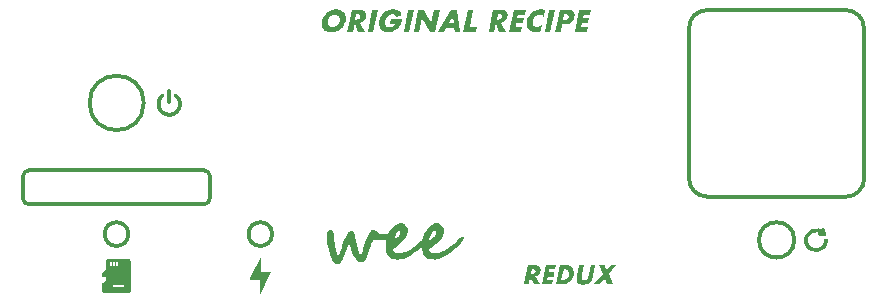
<source format=gbr>
%TF.GenerationSoftware,KiCad,Pcbnew,9.0.0*%
%TF.CreationDate,2025-05-16T22:32:30-04:00*%
%TF.ProjectId,Front Plate,46726f6e-7420-4506-9c61-74652e6b6963,rev?*%
%TF.SameCoordinates,Original*%
%TF.FileFunction,Legend,Top*%
%TF.FilePolarity,Positive*%
%FSLAX46Y46*%
G04 Gerber Fmt 4.6, Leading zero omitted, Abs format (unit mm)*
G04 Created by KiCad (PCBNEW 9.0.0) date 2025-05-16 22:32:30*
%MOMM*%
%LPD*%
G01*
G04 APERTURE LIST*
%ADD10C,0.328000*%
%ADD11C,0.320000*%
%ADD12C,0.000000*%
%ADD13C,0.200000*%
%ADD14C,0.300000*%
G04 APERTURE END LIST*
D10*
X168714010Y-92209010D02*
X156904670Y-92209670D01*
X155404670Y-90709670D02*
X155395330Y-77930330D01*
X114326199Y-89986519D02*
X99509910Y-89990090D01*
X120100143Y-95388430D02*
G75*
G02*
X118100143Y-95388430I-1000000J0D01*
G01*
X118100143Y-95388430D02*
G75*
G02*
X120100143Y-95388430I1000000J0D01*
G01*
X164309340Y-95880380D02*
G75*
G02*
X161309340Y-95880380I-1500000J0D01*
G01*
X161309340Y-95880380D02*
G75*
G02*
X164309340Y-95880380I1500000J0D01*
G01*
X168704010Y-76430330D02*
G75*
G02*
X170204070Y-77930330I-10J-1500070D01*
G01*
X99510140Y-92869910D02*
G75*
G02*
X99010090Y-92369885I60J500110D01*
G01*
D11*
X166841398Y-95420061D02*
X166774100Y-95000059D01*
D10*
X114826454Y-92366314D02*
G75*
G02*
X114326429Y-92866354I-500054J14D01*
G01*
X156904670Y-92209670D02*
G75*
G02*
X155404730Y-90709670I30J1499970D01*
G01*
D12*
G36*
X111383529Y-83119375D02*
G01*
X111391837Y-83119993D01*
X111400073Y-83121016D01*
X111408226Y-83122439D01*
X111416280Y-83124255D01*
X111424221Y-83126459D01*
X111432037Y-83129045D01*
X111439714Y-83132007D01*
X111447236Y-83135341D01*
X111454592Y-83139039D01*
X111461766Y-83143096D01*
X111468745Y-83147507D01*
X111475515Y-83152266D01*
X111482062Y-83157366D01*
X111488373Y-83162803D01*
X111494434Y-83168571D01*
X111500201Y-83174632D01*
X111505638Y-83180943D01*
X111510739Y-83187490D01*
X111515497Y-83194261D01*
X111519908Y-83201240D01*
X111523966Y-83208414D01*
X111527664Y-83215769D01*
X111530997Y-83223292D01*
X111533960Y-83230968D01*
X111536546Y-83238784D01*
X111538750Y-83246726D01*
X111540566Y-83254780D01*
X111541988Y-83262932D01*
X111543011Y-83271169D01*
X111543630Y-83279476D01*
X111543837Y-83287840D01*
X111543837Y-84200652D01*
X111543611Y-84209010D01*
X111542976Y-84217311D01*
X111541937Y-84225540D01*
X111540501Y-84233684D01*
X111538672Y-84241730D01*
X111536458Y-84249664D01*
X111533862Y-84257471D01*
X111530892Y-84265139D01*
X111527552Y-84272653D01*
X111523849Y-84280001D01*
X111519788Y-84287167D01*
X111515376Y-84294139D01*
X111510617Y-84300902D01*
X111505517Y-84307444D01*
X111500082Y-84313750D01*
X111494319Y-84319806D01*
X111488262Y-84325570D01*
X111481957Y-84331004D01*
X111475415Y-84336104D01*
X111468652Y-84340863D01*
X111461680Y-84345276D01*
X111454513Y-84349337D01*
X111447166Y-84353040D01*
X111439652Y-84356379D01*
X111431984Y-84359349D01*
X111424176Y-84361945D01*
X111416243Y-84364160D01*
X111408197Y-84365988D01*
X111400053Y-84367425D01*
X111391823Y-84368463D01*
X111383523Y-84369098D01*
X111375165Y-84369324D01*
X111366807Y-84369098D01*
X111358507Y-84368463D01*
X111350277Y-84367425D01*
X111342133Y-84365988D01*
X111334087Y-84364160D01*
X111326154Y-84361945D01*
X111318346Y-84359349D01*
X111310678Y-84356379D01*
X111303164Y-84353040D01*
X111295817Y-84349337D01*
X111288650Y-84345276D01*
X111281678Y-84340863D01*
X111274915Y-84336104D01*
X111268373Y-84331004D01*
X111262068Y-84325570D01*
X111256011Y-84319806D01*
X111250248Y-84313750D01*
X111244813Y-84307444D01*
X111239713Y-84300902D01*
X111234954Y-84294139D01*
X111230541Y-84287167D01*
X111226481Y-84280001D01*
X111222778Y-84272653D01*
X111219438Y-84265139D01*
X111216468Y-84257471D01*
X111213872Y-84249664D01*
X111211658Y-84241730D01*
X111209829Y-84233684D01*
X111208393Y-84225540D01*
X111207354Y-84217311D01*
X111206719Y-84209010D01*
X111206493Y-84200652D01*
X111206493Y-83287840D01*
X111206700Y-83279476D01*
X111207319Y-83271169D01*
X111208342Y-83262932D01*
X111209764Y-83254780D01*
X111211580Y-83246726D01*
X111213784Y-83238784D01*
X111216370Y-83230968D01*
X111219333Y-83223292D01*
X111222666Y-83215769D01*
X111226364Y-83208414D01*
X111230422Y-83201240D01*
X111234833Y-83194261D01*
X111239591Y-83187490D01*
X111244692Y-83180943D01*
X111250129Y-83174632D01*
X111255896Y-83168571D01*
X111261957Y-83162803D01*
X111268268Y-83157366D01*
X111274815Y-83152266D01*
X111281585Y-83147507D01*
X111288564Y-83143096D01*
X111295738Y-83139039D01*
X111303094Y-83135341D01*
X111310616Y-83132007D01*
X111318293Y-83129045D01*
X111326109Y-83126459D01*
X111334050Y-83124255D01*
X111342104Y-83122439D01*
X111350257Y-83121016D01*
X111358493Y-83119993D01*
X111366801Y-83119375D01*
X111375165Y-83119168D01*
X111383529Y-83119375D01*
G37*
D10*
X107918285Y-95388430D02*
G75*
G02*
X105918285Y-95388430I-1000000J0D01*
G01*
X105918285Y-95388430D02*
G75*
G02*
X107918285Y-95388430I1000000J0D01*
G01*
X170214010Y-90709010D02*
G75*
G02*
X168714010Y-92209010I-1500010J10D01*
G01*
X114326429Y-92866339D02*
X99510140Y-92869910D01*
X156895330Y-76430330D02*
X168704010Y-76430330D01*
X109230000Y-84280000D02*
G75*
G02*
X104630000Y-84280000I-2300000J0D01*
G01*
X104630000Y-84280000D02*
G75*
G02*
X109230000Y-84280000I2300000J0D01*
G01*
D11*
X166841398Y-95420061D02*
X166464100Y-95350063D01*
D12*
G36*
X110817876Y-83499571D02*
G01*
X110826219Y-83500228D01*
X110834520Y-83501297D01*
X110842721Y-83502769D01*
X110850811Y-83504636D01*
X110858775Y-83506893D01*
X110866601Y-83509530D01*
X110874275Y-83512542D01*
X110881785Y-83515922D01*
X110889117Y-83519661D01*
X110896257Y-83523753D01*
X110903194Y-83528191D01*
X110909913Y-83532968D01*
X110916402Y-83538077D01*
X110922647Y-83543509D01*
X110928635Y-83549260D01*
X110934354Y-83555320D01*
X110939789Y-83561684D01*
X110944903Y-83568309D01*
X110949661Y-83575149D01*
X110954061Y-83582189D01*
X110958097Y-83589416D01*
X110961766Y-83596815D01*
X110965063Y-83604372D01*
X110967983Y-83612072D01*
X110970524Y-83619900D01*
X110972679Y-83627843D01*
X110974446Y-83635887D01*
X110975819Y-83644016D01*
X110976795Y-83652216D01*
X110977370Y-83660474D01*
X110977538Y-83668774D01*
X110977296Y-83677102D01*
X110976639Y-83685445D01*
X110975570Y-83693746D01*
X110974098Y-83701947D01*
X110972230Y-83710037D01*
X110969974Y-83718001D01*
X110967336Y-83725827D01*
X110964324Y-83733502D01*
X110960945Y-83741012D01*
X110957206Y-83748344D01*
X110953113Y-83755485D01*
X110948675Y-83762421D01*
X110943898Y-83769141D01*
X110938790Y-83775629D01*
X110933357Y-83781874D01*
X110927607Y-83787862D01*
X110921546Y-83793580D01*
X110915183Y-83799015D01*
X110899380Y-83812256D01*
X110883977Y-83825917D01*
X110868983Y-83839989D01*
X110854403Y-83854461D01*
X110840246Y-83869326D01*
X110826519Y-83884572D01*
X110813230Y-83900191D01*
X110800386Y-83916172D01*
X110787994Y-83932507D01*
X110776063Y-83949186D01*
X110764598Y-83966198D01*
X110753609Y-83983536D01*
X110743102Y-84001188D01*
X110733085Y-84019146D01*
X110723566Y-84037400D01*
X110714551Y-84055940D01*
X110706061Y-84074727D01*
X110698113Y-84093719D01*
X110690712Y-84112904D01*
X110683859Y-84132271D01*
X110677556Y-84151807D01*
X110671806Y-84171500D01*
X110666613Y-84191338D01*
X110661978Y-84211311D01*
X110657904Y-84231405D01*
X110654393Y-84251610D01*
X110651448Y-84271912D01*
X110649073Y-84292301D01*
X110647268Y-84312765D01*
X110646037Y-84333291D01*
X110645383Y-84353868D01*
X110645308Y-84374484D01*
X110646793Y-84409504D01*
X110649908Y-84444279D01*
X110654630Y-84478757D01*
X110660938Y-84512886D01*
X110668810Y-84546614D01*
X110678225Y-84579889D01*
X110689161Y-84612657D01*
X110701596Y-84644867D01*
X110715510Y-84676468D01*
X110730880Y-84707405D01*
X110747685Y-84737628D01*
X110765903Y-84767084D01*
X110785513Y-84795721D01*
X110806493Y-84823486D01*
X110828821Y-84850327D01*
X110852477Y-84876193D01*
X110877321Y-84900918D01*
X110903197Y-84924359D01*
X110930052Y-84946491D01*
X110957836Y-84967291D01*
X110986497Y-84986735D01*
X111015984Y-85004800D01*
X111046245Y-85021461D01*
X111077230Y-85036695D01*
X111108888Y-85050478D01*
X111141165Y-85062786D01*
X111174013Y-85073596D01*
X111207379Y-85082884D01*
X111241211Y-85090625D01*
X111275460Y-85096797D01*
X111310073Y-85101375D01*
X111344999Y-85104337D01*
X111374009Y-85105196D01*
X111402950Y-85104914D01*
X111431792Y-85103500D01*
X111460502Y-85100962D01*
X111489048Y-85097309D01*
X111517398Y-85092549D01*
X111545520Y-85086692D01*
X111573383Y-85079746D01*
X111600953Y-85071719D01*
X111628200Y-85062620D01*
X111655090Y-85052458D01*
X111681594Y-85041241D01*
X111707677Y-85028978D01*
X111733309Y-85015678D01*
X111758457Y-85001349D01*
X111783089Y-84986000D01*
X111807097Y-84969693D01*
X111830381Y-84952502D01*
X111852921Y-84934451D01*
X111874695Y-84915568D01*
X111895683Y-84895876D01*
X111915863Y-84875404D01*
X111935215Y-84854175D01*
X111953719Y-84832216D01*
X111971352Y-84809553D01*
X111988096Y-84786211D01*
X112003927Y-84762216D01*
X112018826Y-84737594D01*
X112032773Y-84712371D01*
X112045745Y-84686572D01*
X112057722Y-84660223D01*
X112068684Y-84633349D01*
X112078579Y-84606066D01*
X112087368Y-84578490D01*
X112095051Y-84550654D01*
X112101625Y-84522592D01*
X112107089Y-84494337D01*
X112111441Y-84465922D01*
X112114679Y-84437379D01*
X112116801Y-84408742D01*
X112117805Y-84380045D01*
X112117691Y-84351319D01*
X112116455Y-84322599D01*
X112114096Y-84293917D01*
X112110612Y-84265306D01*
X112106001Y-84236800D01*
X112100263Y-84208431D01*
X112093394Y-84180233D01*
X112085420Y-84152327D01*
X112076379Y-84124832D01*
X112066289Y-84097776D01*
X112055169Y-84071186D01*
X112043035Y-84045089D01*
X112029907Y-84019515D01*
X112015801Y-83994491D01*
X112000736Y-83970045D01*
X111984730Y-83946205D01*
X111967801Y-83922997D01*
X111949966Y-83900452D01*
X111931244Y-83878595D01*
X111911652Y-83857455D01*
X111891209Y-83837061D01*
X111869932Y-83817439D01*
X111847839Y-83798618D01*
X111843229Y-83794692D01*
X111838774Y-83790611D01*
X111834476Y-83786382D01*
X111830338Y-83782008D01*
X111826365Y-83777495D01*
X111822559Y-83772848D01*
X111818923Y-83768070D01*
X111815462Y-83763167D01*
X111812177Y-83758144D01*
X111809073Y-83753005D01*
X111806152Y-83747756D01*
X111803418Y-83742400D01*
X111800874Y-83736943D01*
X111798524Y-83731390D01*
X111796370Y-83725745D01*
X111794416Y-83720013D01*
X111792669Y-83714215D01*
X111791134Y-83708371D01*
X111789813Y-83702488D01*
X111788705Y-83696570D01*
X111787811Y-83690624D01*
X111787130Y-83684656D01*
X111786663Y-83678670D01*
X111786409Y-83672674D01*
X111786370Y-83666672D01*
X111786545Y-83660671D01*
X111786934Y-83654676D01*
X111787537Y-83648694D01*
X111788355Y-83642729D01*
X111789388Y-83636788D01*
X111790636Y-83630877D01*
X111792098Y-83625001D01*
X111793771Y-83619181D01*
X111795648Y-83613439D01*
X111797726Y-83607778D01*
X111800001Y-83602204D01*
X111802472Y-83596722D01*
X111805134Y-83591337D01*
X111807984Y-83586053D01*
X111811021Y-83580875D01*
X111814240Y-83575810D01*
X111817638Y-83570861D01*
X111821213Y-83566033D01*
X111824962Y-83561331D01*
X111828881Y-83556761D01*
X111832968Y-83552327D01*
X111837219Y-83548034D01*
X111841632Y-83543888D01*
X111846192Y-83539903D01*
X111850881Y-83536092D01*
X111855694Y-83532460D01*
X111860627Y-83529008D01*
X111865674Y-83525738D01*
X111870829Y-83522654D01*
X111876088Y-83519757D01*
X111881445Y-83517051D01*
X111886895Y-83514537D01*
X111892433Y-83512219D01*
X111898054Y-83510098D01*
X111903752Y-83508178D01*
X111909522Y-83506460D01*
X111915359Y-83504948D01*
X111921258Y-83503643D01*
X111927214Y-83502549D01*
X111931643Y-83501843D01*
X111936084Y-83501257D01*
X111940534Y-83500790D01*
X111944991Y-83500444D01*
X111949452Y-83500217D01*
X111953915Y-83500110D01*
X111958378Y-83500122D01*
X111962839Y-83500254D01*
X111967294Y-83500505D01*
X111971742Y-83500875D01*
X111976179Y-83501364D01*
X111980605Y-83501973D01*
X111985016Y-83502700D01*
X111989409Y-83503546D01*
X111993783Y-83504510D01*
X111998136Y-83505593D01*
X112002457Y-83506794D01*
X112006738Y-83508108D01*
X112010979Y-83509536D01*
X112015175Y-83511075D01*
X112019326Y-83512725D01*
X112023429Y-83514484D01*
X112027483Y-83516353D01*
X112031484Y-83518328D01*
X112035430Y-83520411D01*
X112039321Y-83522598D01*
X112043153Y-83524889D01*
X112046924Y-83527284D01*
X112050632Y-83529781D01*
X112054275Y-83532378D01*
X112057851Y-83535075D01*
X112061358Y-83537871D01*
X112060564Y-83539855D01*
X112082744Y-83558496D01*
X112104384Y-83577705D01*
X112125475Y-83597468D01*
X112146006Y-83617775D01*
X112165969Y-83638613D01*
X112185354Y-83659969D01*
X112204149Y-83681831D01*
X112222347Y-83704187D01*
X112239937Y-83727024D01*
X112256909Y-83750330D01*
X112273254Y-83774092D01*
X112288962Y-83798300D01*
X112304023Y-83822939D01*
X112318427Y-83847998D01*
X112332165Y-83873464D01*
X112345227Y-83899325D01*
X112357584Y-83925530D01*
X112369214Y-83952025D01*
X112380112Y-83978795D01*
X112390276Y-84005824D01*
X112399701Y-84033098D01*
X112408384Y-84060601D01*
X112416321Y-84088318D01*
X112423508Y-84116233D01*
X112429942Y-84144332D01*
X112435619Y-84172598D01*
X112440534Y-84201017D01*
X112444686Y-84229574D01*
X112448068Y-84258253D01*
X112450679Y-84287038D01*
X112452514Y-84315915D01*
X112453570Y-84344869D01*
X112453842Y-84373840D01*
X112453332Y-84402770D01*
X112452043Y-84431645D01*
X112449978Y-84460448D01*
X112447140Y-84489165D01*
X112443532Y-84517780D01*
X112439157Y-84546277D01*
X112434018Y-84574641D01*
X112428117Y-84602857D01*
X112421459Y-84630908D01*
X112414045Y-84658780D01*
X112405879Y-84686458D01*
X112396965Y-84713925D01*
X112387304Y-84741166D01*
X112376901Y-84768166D01*
X112365757Y-84794909D01*
X112353895Y-84821342D01*
X112341340Y-84847411D01*
X112328100Y-84873104D01*
X112314184Y-84898407D01*
X112299603Y-84923309D01*
X112284364Y-84947795D01*
X112268478Y-84971854D01*
X112251953Y-84995473D01*
X112234799Y-85018639D01*
X112217025Y-85041339D01*
X112198639Y-85063561D01*
X112179652Y-85085291D01*
X112160073Y-85106517D01*
X112139910Y-85127226D01*
X112119173Y-85147406D01*
X112097870Y-85167043D01*
X112060526Y-85199397D01*
X112021867Y-85229864D01*
X111981966Y-85258415D01*
X111940898Y-85285022D01*
X111898733Y-85309658D01*
X111855547Y-85332294D01*
X111811410Y-85352902D01*
X111766397Y-85371454D01*
X111720581Y-85387922D01*
X111674034Y-85402277D01*
X111626829Y-85414492D01*
X111579040Y-85424538D01*
X111530739Y-85432388D01*
X111481999Y-85438012D01*
X111432894Y-85441384D01*
X111383495Y-85442474D01*
X111368582Y-85442393D01*
X111353672Y-85442108D01*
X111338770Y-85441620D01*
X111323876Y-85440927D01*
X111308994Y-85440032D01*
X111294124Y-85438932D01*
X111279270Y-85437630D01*
X111264433Y-85436124D01*
X111225130Y-85431093D01*
X111186132Y-85424633D01*
X111147478Y-85416758D01*
X111109202Y-85407486D01*
X111071342Y-85396830D01*
X111033934Y-85384807D01*
X110997015Y-85371432D01*
X110960622Y-85356721D01*
X110924791Y-85340690D01*
X110889558Y-85323353D01*
X110854961Y-85304727D01*
X110821036Y-85284828D01*
X110787819Y-85263670D01*
X110755348Y-85241270D01*
X110723658Y-85217643D01*
X110692786Y-85192804D01*
X110662852Y-85166844D01*
X110633964Y-85139863D01*
X110606145Y-85111895D01*
X110579416Y-85082972D01*
X110553799Y-85053128D01*
X110529315Y-85022396D01*
X110505988Y-84990809D01*
X110483838Y-84958402D01*
X110462888Y-84925206D01*
X110443159Y-84891255D01*
X110424673Y-84856583D01*
X110407452Y-84821223D01*
X110391518Y-84785208D01*
X110376892Y-84748571D01*
X110363597Y-84711345D01*
X110351655Y-84673565D01*
X110341114Y-84635369D01*
X110332010Y-84596903D01*
X110324343Y-84558207D01*
X110318111Y-84519321D01*
X110313316Y-84480284D01*
X110309957Y-84441135D01*
X110308033Y-84401916D01*
X110307545Y-84362665D01*
X110308492Y-84323422D01*
X110310873Y-84284228D01*
X110314690Y-84245121D01*
X110319941Y-84206142D01*
X110326626Y-84167331D01*
X110334744Y-84128727D01*
X110344297Y-84090370D01*
X110355283Y-84052300D01*
X110367666Y-84014662D01*
X110381395Y-83977594D01*
X110396448Y-83941130D01*
X110412801Y-83905304D01*
X110430434Y-83870147D01*
X110449324Y-83835693D01*
X110469448Y-83801975D01*
X110490785Y-83769026D01*
X110513312Y-83736880D01*
X110537007Y-83705568D01*
X110561847Y-83675124D01*
X110587811Y-83645581D01*
X110614877Y-83616971D01*
X110643021Y-83589329D01*
X110672222Y-83562687D01*
X110702458Y-83537077D01*
X110709083Y-83531965D01*
X110715923Y-83527207D01*
X110722963Y-83522808D01*
X110730190Y-83518772D01*
X110737589Y-83515103D01*
X110745145Y-83511807D01*
X110752845Y-83508886D01*
X110760673Y-83506346D01*
X110768616Y-83504190D01*
X110776659Y-83502423D01*
X110784788Y-83501050D01*
X110792989Y-83500073D01*
X110801247Y-83499499D01*
X110809547Y-83499330D01*
X110817876Y-83499571D01*
G37*
D11*
X166995745Y-95909013D02*
G75*
G02*
X166841404Y-95420056I-851645J13D01*
G01*
D10*
X155395330Y-77930330D02*
G75*
G02*
X156895330Y-76430330I1500070J-70D01*
G01*
D12*
G36*
X119165143Y-98593798D02*
G01*
X119999771Y-98593798D01*
X119032851Y-100527638D01*
X119032851Y-99255256D01*
X118198223Y-99255256D01*
X118264369Y-99122965D01*
X119165143Y-97321417D01*
X119165143Y-98593798D01*
G37*
D10*
X114826454Y-92366314D02*
X114826224Y-90486544D01*
X99009885Y-90490115D02*
G75*
G02*
X99509910Y-89990085I500015J15D01*
G01*
X99010115Y-92369885D02*
X99009885Y-90490115D01*
X114326199Y-89986519D02*
G75*
G02*
X114826181Y-90486544I-99J-500081D01*
G01*
X170204010Y-77930330D02*
X170214010Y-90709010D01*
D12*
G36*
X107921510Y-97469177D02*
G01*
X107931283Y-97469904D01*
X107940974Y-97471107D01*
X107950564Y-97472781D01*
X107960040Y-97474917D01*
X107969383Y-97477510D01*
X107978578Y-97480553D01*
X107987609Y-97484038D01*
X107996459Y-97487959D01*
X108005113Y-97492310D01*
X108013553Y-97497083D01*
X108021763Y-97502272D01*
X108029729Y-97507871D01*
X108037432Y-97513872D01*
X108044856Y-97520268D01*
X108051987Y-97527054D01*
X108058772Y-97534184D01*
X108065169Y-97541609D01*
X108071170Y-97549312D01*
X108076768Y-97557277D01*
X108081957Y-97565488D01*
X108086731Y-97573928D01*
X108091081Y-97582581D01*
X108095003Y-97591431D01*
X108098488Y-97600462D01*
X108101530Y-97609658D01*
X108104123Y-97619001D01*
X108106260Y-97628476D01*
X108107933Y-97638067D01*
X108109137Y-97647757D01*
X108109864Y-97657530D01*
X108110108Y-97667370D01*
X108110108Y-100247058D01*
X108109945Y-100253618D01*
X108109460Y-100260133D01*
X108108658Y-100266593D01*
X108107542Y-100272987D01*
X108106118Y-100279304D01*
X108104390Y-100285533D01*
X108102361Y-100291663D01*
X108100038Y-100297683D01*
X108097424Y-100303584D01*
X108094523Y-100309352D01*
X108091341Y-100314979D01*
X108087881Y-100320453D01*
X108084149Y-100325763D01*
X108080149Y-100330898D01*
X108075884Y-100335848D01*
X108071361Y-100340602D01*
X108066607Y-100345125D01*
X108061657Y-100349390D01*
X108056522Y-100353390D01*
X108051212Y-100357123D01*
X108045738Y-100360582D01*
X108040111Y-100363764D01*
X108034342Y-100366665D01*
X108028442Y-100369279D01*
X108022422Y-100371603D01*
X108016291Y-100373631D01*
X108010062Y-100375359D01*
X108003746Y-100376784D01*
X107997352Y-100377899D01*
X107990892Y-100378702D01*
X107984376Y-100379187D01*
X107977816Y-100379349D01*
X105861150Y-100379349D01*
X105854590Y-100379187D01*
X105848074Y-100378702D01*
X105841614Y-100377899D01*
X105835220Y-100376784D01*
X105828903Y-100375359D01*
X105822675Y-100373631D01*
X105816544Y-100371603D01*
X105810524Y-100369279D01*
X105804624Y-100366665D01*
X105798855Y-100363764D01*
X105793228Y-100360582D01*
X105787754Y-100357123D01*
X105782444Y-100353390D01*
X105777309Y-100349390D01*
X105772359Y-100345125D01*
X105767605Y-100340602D01*
X105763082Y-100335848D01*
X105758817Y-100330898D01*
X105754817Y-100325763D01*
X105751085Y-100320453D01*
X105747625Y-100314979D01*
X105744443Y-100309352D01*
X105741542Y-100303584D01*
X105738928Y-100297683D01*
X105736605Y-100291663D01*
X105734576Y-100285533D01*
X105732848Y-100279304D01*
X105731423Y-100272987D01*
X105730308Y-100266593D01*
X105729505Y-100260133D01*
X105729021Y-100253618D01*
X105728858Y-100247058D01*
X105728858Y-99817110D01*
X106588754Y-99817110D01*
X106588794Y-99818749D01*
X106588916Y-99820378D01*
X106589116Y-99821993D01*
X106589395Y-99823592D01*
X106589751Y-99825171D01*
X106590183Y-99826728D01*
X106590690Y-99828261D01*
X106591271Y-99829766D01*
X106591925Y-99831241D01*
X106592650Y-99832683D01*
X106593445Y-99834090D01*
X106594310Y-99835458D01*
X106595243Y-99836786D01*
X106596244Y-99838070D01*
X106597310Y-99839307D01*
X106598441Y-99840496D01*
X106599629Y-99841627D01*
X106600866Y-99842693D01*
X106602150Y-99843693D01*
X106603478Y-99844626D01*
X106604846Y-99845491D01*
X106606253Y-99846286D01*
X106607695Y-99847011D01*
X106609170Y-99847665D01*
X106610675Y-99848246D01*
X106612208Y-99848753D01*
X106613765Y-99849185D01*
X106615344Y-99849541D01*
X106616943Y-99849820D01*
X106618558Y-99850021D01*
X106620187Y-99850142D01*
X106621827Y-99850182D01*
X107547868Y-99850182D01*
X107549508Y-99850142D01*
X107551137Y-99850021D01*
X107552752Y-99849820D01*
X107554351Y-99849541D01*
X107555930Y-99849185D01*
X107557487Y-99848753D01*
X107559020Y-99848246D01*
X107560525Y-99847665D01*
X107562000Y-99847011D01*
X107563442Y-99846286D01*
X107564849Y-99845491D01*
X107566217Y-99844626D01*
X107567545Y-99843693D01*
X107568829Y-99842693D01*
X107570066Y-99841627D01*
X107571254Y-99840496D01*
X107572385Y-99839307D01*
X107573451Y-99838070D01*
X107574452Y-99836786D01*
X107575385Y-99835458D01*
X107576249Y-99834090D01*
X107577045Y-99832683D01*
X107577770Y-99831241D01*
X107578424Y-99829766D01*
X107579005Y-99828261D01*
X107579512Y-99826728D01*
X107579944Y-99825171D01*
X107580300Y-99823592D01*
X107580579Y-99821993D01*
X107580779Y-99820378D01*
X107580900Y-99818749D01*
X107580941Y-99817110D01*
X107580941Y-99750964D01*
X107580900Y-99749324D01*
X107580779Y-99747695D01*
X107580579Y-99746080D01*
X107580300Y-99744482D01*
X107579944Y-99742902D01*
X107579512Y-99741345D01*
X107579005Y-99739813D01*
X107578424Y-99738307D01*
X107577770Y-99736832D01*
X107577045Y-99735390D01*
X107576249Y-99733983D01*
X107575385Y-99732615D01*
X107574452Y-99731287D01*
X107573451Y-99730004D01*
X107572385Y-99728766D01*
X107571254Y-99727578D01*
X107570066Y-99726447D01*
X107568829Y-99725381D01*
X107567545Y-99724380D01*
X107566217Y-99723447D01*
X107564849Y-99722583D01*
X107563442Y-99721787D01*
X107562000Y-99721062D01*
X107560525Y-99720408D01*
X107559020Y-99719827D01*
X107557487Y-99719320D01*
X107555930Y-99718888D01*
X107554351Y-99718532D01*
X107552752Y-99718253D01*
X107551137Y-99718053D01*
X107549508Y-99717932D01*
X107547868Y-99717891D01*
X106621827Y-99717891D01*
X106620187Y-99717932D01*
X106618558Y-99718053D01*
X106616943Y-99718253D01*
X106615344Y-99718532D01*
X106613765Y-99718888D01*
X106612208Y-99719320D01*
X106610675Y-99719827D01*
X106609170Y-99720408D01*
X106607695Y-99721062D01*
X106606253Y-99721787D01*
X106604846Y-99722583D01*
X106603478Y-99723447D01*
X106602150Y-99724380D01*
X106600866Y-99725381D01*
X106599629Y-99726447D01*
X106598441Y-99727578D01*
X106597310Y-99728766D01*
X106596244Y-99730004D01*
X106595243Y-99731287D01*
X106594310Y-99732615D01*
X106593445Y-99733983D01*
X106592650Y-99735390D01*
X106591925Y-99736832D01*
X106591271Y-99738307D01*
X106590690Y-99739813D01*
X106590183Y-99741345D01*
X106589751Y-99742902D01*
X106589395Y-99744482D01*
X106589116Y-99746080D01*
X106588916Y-99747695D01*
X106588794Y-99749324D01*
X106588754Y-99750964D01*
X106588754Y-99817110D01*
X105728858Y-99817110D01*
X105728858Y-99750964D01*
X105728858Y-99599291D01*
X105728981Y-99594375D01*
X105729345Y-99589492D01*
X105729947Y-99584650D01*
X105730784Y-99579858D01*
X105731851Y-99575124D01*
X105733147Y-99570455D01*
X105734667Y-99565861D01*
X105736409Y-99561348D01*
X105738368Y-99556926D01*
X105740541Y-99552602D01*
X105742926Y-99548384D01*
X105745518Y-99544281D01*
X105748314Y-99540301D01*
X105751312Y-99536451D01*
X105754507Y-99532741D01*
X105757896Y-99529177D01*
X105993441Y-99293632D01*
X105993441Y-99056433D01*
X105795004Y-99056433D01*
X105791724Y-99056351D01*
X105788466Y-99056109D01*
X105785236Y-99055708D01*
X105782039Y-99055150D01*
X105778881Y-99054438D01*
X105775766Y-99053573D01*
X105772701Y-99052559D01*
X105769691Y-99051398D01*
X105766741Y-99050090D01*
X105763856Y-99048640D01*
X105761043Y-99047049D01*
X105758306Y-99045319D01*
X105755651Y-99043453D01*
X105753083Y-99041453D01*
X105750608Y-99039321D01*
X105748232Y-99037059D01*
X105745970Y-99034682D01*
X105743838Y-99032207D01*
X105741837Y-99029640D01*
X105739971Y-99026985D01*
X105738241Y-99024248D01*
X105736650Y-99021434D01*
X105735200Y-99018550D01*
X105733893Y-99015600D01*
X105732731Y-99012589D01*
X105731717Y-99009524D01*
X105730853Y-99006410D01*
X105730141Y-99003251D01*
X105729583Y-99000054D01*
X105729182Y-98996824D01*
X105728939Y-98993567D01*
X105728858Y-98990287D01*
X105728858Y-98673316D01*
X105728978Y-98668395D01*
X105729339Y-98663507D01*
X105729939Y-98658661D01*
X105730774Y-98653865D01*
X105731840Y-98649126D01*
X105733135Y-98644453D01*
X105734655Y-98639854D01*
X105736396Y-98635337D01*
X105738355Y-98630910D01*
X105740529Y-98626582D01*
X105742915Y-98622361D01*
X105745508Y-98618254D01*
X105748307Y-98614269D01*
X105751306Y-98610416D01*
X105754504Y-98606702D01*
X105757896Y-98603135D01*
X106059587Y-98301444D01*
X106059587Y-98097318D01*
X106390316Y-98097318D01*
X106390357Y-98098958D01*
X106390478Y-98100587D01*
X106390679Y-98102202D01*
X106390958Y-98103800D01*
X106391314Y-98105380D01*
X106391746Y-98106937D01*
X106392253Y-98108469D01*
X106392834Y-98109975D01*
X106393487Y-98111450D01*
X106394212Y-98112892D01*
X106395008Y-98114298D01*
X106395873Y-98115667D01*
X106396806Y-98116994D01*
X106397806Y-98118278D01*
X106398872Y-98119516D01*
X106400003Y-98120704D01*
X106401192Y-98121835D01*
X106402429Y-98122901D01*
X106403713Y-98123901D01*
X106405040Y-98124834D01*
X106406409Y-98125699D01*
X106407816Y-98126495D01*
X106409258Y-98127220D01*
X106410733Y-98127873D01*
X106412238Y-98128454D01*
X106413770Y-98128961D01*
X106415328Y-98129393D01*
X106416907Y-98129750D01*
X106418505Y-98130028D01*
X106420120Y-98130229D01*
X106421749Y-98130350D01*
X106423389Y-98130391D01*
X106489535Y-98130391D01*
X106491175Y-98130350D01*
X106492804Y-98130229D01*
X106494419Y-98130028D01*
X106496017Y-98129750D01*
X106497597Y-98129393D01*
X106499154Y-98128961D01*
X106500686Y-98128454D01*
X106502191Y-98127873D01*
X106503667Y-98127220D01*
X106505109Y-98126495D01*
X106506515Y-98125699D01*
X106507884Y-98124834D01*
X106509211Y-98123901D01*
X106510495Y-98122901D01*
X106511733Y-98121835D01*
X106512921Y-98120704D01*
X106514052Y-98119516D01*
X106515118Y-98118278D01*
X106516118Y-98116994D01*
X106517051Y-98115667D01*
X106517916Y-98114298D01*
X106518712Y-98112892D01*
X106519437Y-98111450D01*
X106520090Y-98109975D01*
X106520671Y-98108469D01*
X106521178Y-98106937D01*
X106521611Y-98105380D01*
X106521967Y-98103800D01*
X106522246Y-98102202D01*
X106522446Y-98100587D01*
X106522567Y-98098958D01*
X106522608Y-98097318D01*
X106654900Y-98097318D01*
X106654940Y-98098958D01*
X106655061Y-98100587D01*
X106655262Y-98102202D01*
X106655541Y-98103800D01*
X106655897Y-98105380D01*
X106656329Y-98106937D01*
X106656836Y-98108469D01*
X106657417Y-98109975D01*
X106658071Y-98111450D01*
X106658796Y-98112892D01*
X106659591Y-98114298D01*
X106660456Y-98115667D01*
X106661389Y-98116994D01*
X106662389Y-98118278D01*
X106663456Y-98119516D01*
X106664586Y-98120704D01*
X106665775Y-98121835D01*
X106667012Y-98122901D01*
X106668296Y-98123901D01*
X106669624Y-98124834D01*
X106670992Y-98125699D01*
X106672399Y-98126495D01*
X106673841Y-98127220D01*
X106675316Y-98127873D01*
X106676821Y-98128454D01*
X106678354Y-98128961D01*
X106679911Y-98129393D01*
X106681490Y-98129750D01*
X106683089Y-98130028D01*
X106684704Y-98130229D01*
X106686332Y-98130350D01*
X106687972Y-98130391D01*
X106754118Y-98130391D01*
X106755758Y-98130350D01*
X106757387Y-98130229D01*
X106759002Y-98130028D01*
X106760601Y-98129750D01*
X106762180Y-98129393D01*
X106763737Y-98128961D01*
X106765270Y-98128454D01*
X106766775Y-98127873D01*
X106768250Y-98127220D01*
X106769692Y-98126495D01*
X106771099Y-98125699D01*
X106772467Y-98124834D01*
X106773795Y-98123901D01*
X106775079Y-98122901D01*
X106776316Y-98121835D01*
X106777504Y-98120704D01*
X106778635Y-98119516D01*
X106779701Y-98118278D01*
X106780702Y-98116994D01*
X106781635Y-98115667D01*
X106782500Y-98114298D01*
X106783295Y-98112892D01*
X106784020Y-98111450D01*
X106784674Y-98109975D01*
X106785255Y-98108469D01*
X106785762Y-98106937D01*
X106786194Y-98105380D01*
X106786550Y-98103800D01*
X106786829Y-98102202D01*
X106787029Y-98100587D01*
X106787151Y-98098958D01*
X106787191Y-98097318D01*
X106919483Y-98097318D01*
X106919524Y-98098958D01*
X106919645Y-98100587D01*
X106919845Y-98102202D01*
X106920124Y-98103800D01*
X106920480Y-98105380D01*
X106920912Y-98106937D01*
X106921420Y-98108469D01*
X106922000Y-98109975D01*
X106922654Y-98111450D01*
X106923379Y-98112892D01*
X106924175Y-98114298D01*
X106925040Y-98115667D01*
X106925973Y-98116994D01*
X106926973Y-98118278D01*
X106928039Y-98119516D01*
X106929170Y-98120704D01*
X106930358Y-98121835D01*
X106931596Y-98122901D01*
X106932879Y-98123901D01*
X106934207Y-98124834D01*
X106935575Y-98125699D01*
X106936982Y-98126495D01*
X106938424Y-98127220D01*
X106939899Y-98127873D01*
X106941405Y-98128454D01*
X106942937Y-98128961D01*
X106944494Y-98129393D01*
X106946074Y-98129750D01*
X106947672Y-98130028D01*
X106949287Y-98130229D01*
X106950916Y-98130350D01*
X106952556Y-98130391D01*
X107018702Y-98130391D01*
X107020342Y-98130350D01*
X107021971Y-98130229D01*
X107023586Y-98130028D01*
X107025184Y-98129750D01*
X107026763Y-98129393D01*
X107028320Y-98128961D01*
X107029853Y-98128454D01*
X107031358Y-98127873D01*
X107032833Y-98127220D01*
X107034275Y-98126495D01*
X107035682Y-98125699D01*
X107037051Y-98124834D01*
X107038378Y-98123901D01*
X107039662Y-98122901D01*
X107040899Y-98121835D01*
X107042088Y-98120704D01*
X107043219Y-98119516D01*
X107044285Y-98118278D01*
X107045285Y-98116994D01*
X107046218Y-98115667D01*
X107047083Y-98114298D01*
X107047878Y-98112892D01*
X107048604Y-98111450D01*
X107049257Y-98109975D01*
X107049838Y-98108469D01*
X107050345Y-98106937D01*
X107050777Y-98105380D01*
X107051133Y-98103800D01*
X107051412Y-98102202D01*
X107051613Y-98100587D01*
X107051734Y-98098958D01*
X107051775Y-98097318D01*
X107184066Y-98097318D01*
X107184107Y-98098958D01*
X107184228Y-98100587D01*
X107184429Y-98102202D01*
X107184708Y-98103800D01*
X107185064Y-98105380D01*
X107185496Y-98106937D01*
X107186003Y-98108469D01*
X107186584Y-98109975D01*
X107187237Y-98111450D01*
X107187962Y-98112892D01*
X107188758Y-98114298D01*
X107189623Y-98115667D01*
X107190556Y-98116994D01*
X107191556Y-98118278D01*
X107192622Y-98119516D01*
X107193753Y-98120704D01*
X107194941Y-98121835D01*
X107196179Y-98122901D01*
X107197463Y-98123901D01*
X107198790Y-98124834D01*
X107200159Y-98125699D01*
X107201565Y-98126495D01*
X107203008Y-98127220D01*
X107204483Y-98127873D01*
X107205988Y-98128454D01*
X107207520Y-98128961D01*
X107209078Y-98129393D01*
X107210657Y-98129750D01*
X107212255Y-98130028D01*
X107213870Y-98130229D01*
X107215499Y-98130350D01*
X107217139Y-98130391D01*
X107283285Y-98130391D01*
X107284925Y-98130350D01*
X107286554Y-98130229D01*
X107288169Y-98130028D01*
X107289767Y-98129750D01*
X107291347Y-98129393D01*
X107292904Y-98128961D01*
X107294436Y-98128454D01*
X107295941Y-98127873D01*
X107297416Y-98127220D01*
X107298859Y-98126495D01*
X107300265Y-98125699D01*
X107301634Y-98124834D01*
X107302961Y-98123901D01*
X107304245Y-98122901D01*
X107305483Y-98121835D01*
X107306671Y-98120704D01*
X107307802Y-98119516D01*
X107308868Y-98118278D01*
X107309868Y-98116994D01*
X107310801Y-98115667D01*
X107311666Y-98114298D01*
X107312462Y-98112892D01*
X107313187Y-98111450D01*
X107313840Y-98109975D01*
X107314421Y-98108469D01*
X107314928Y-98106937D01*
X107315360Y-98105380D01*
X107315717Y-98103800D01*
X107315995Y-98102202D01*
X107316196Y-98100587D01*
X107316317Y-98098958D01*
X107316358Y-98097318D01*
X107448650Y-98097318D01*
X107448690Y-98098958D01*
X107448811Y-98100587D01*
X107449012Y-98102202D01*
X107449291Y-98103800D01*
X107449647Y-98105380D01*
X107450079Y-98106937D01*
X107450586Y-98108469D01*
X107451167Y-98109975D01*
X107451821Y-98111450D01*
X107452546Y-98112892D01*
X107453341Y-98114298D01*
X107454206Y-98115667D01*
X107455139Y-98116994D01*
X107456139Y-98118278D01*
X107457205Y-98119516D01*
X107458336Y-98120704D01*
X107459525Y-98121835D01*
X107460762Y-98122901D01*
X107462046Y-98123901D01*
X107463374Y-98124834D01*
X107464742Y-98125699D01*
X107466149Y-98126495D01*
X107467591Y-98127220D01*
X107469066Y-98127873D01*
X107470571Y-98128454D01*
X107472104Y-98128961D01*
X107473661Y-98129393D01*
X107475240Y-98129750D01*
X107476839Y-98130028D01*
X107478454Y-98130229D01*
X107480083Y-98130350D01*
X107481723Y-98130391D01*
X107547868Y-98130391D01*
X107549508Y-98130350D01*
X107551137Y-98130229D01*
X107552752Y-98130028D01*
X107554351Y-98129750D01*
X107555930Y-98129393D01*
X107557487Y-98128961D01*
X107559020Y-98128454D01*
X107560525Y-98127873D01*
X107562000Y-98127220D01*
X107563442Y-98126495D01*
X107564849Y-98125699D01*
X107566217Y-98124834D01*
X107567545Y-98123901D01*
X107568829Y-98122901D01*
X107570066Y-98121835D01*
X107571254Y-98120704D01*
X107572385Y-98119516D01*
X107573451Y-98118278D01*
X107574452Y-98116994D01*
X107575385Y-98115667D01*
X107576249Y-98114298D01*
X107577045Y-98112892D01*
X107577770Y-98111450D01*
X107578424Y-98109975D01*
X107579005Y-98108469D01*
X107579512Y-98106937D01*
X107579944Y-98105380D01*
X107580300Y-98103800D01*
X107580579Y-98102202D01*
X107580779Y-98100587D01*
X107580900Y-98098958D01*
X107580941Y-98097318D01*
X107713233Y-98097318D01*
X107713274Y-98098958D01*
X107713395Y-98100587D01*
X107713595Y-98102202D01*
X107713874Y-98103800D01*
X107714230Y-98105380D01*
X107714662Y-98106937D01*
X107715169Y-98108469D01*
X107715750Y-98109975D01*
X107716404Y-98111450D01*
X107717129Y-98112892D01*
X107717925Y-98114298D01*
X107718789Y-98115667D01*
X107719722Y-98116994D01*
X107720723Y-98118278D01*
X107721789Y-98119516D01*
X107722920Y-98120704D01*
X107724108Y-98121835D01*
X107725346Y-98122901D01*
X107726629Y-98123901D01*
X107727957Y-98124834D01*
X107729325Y-98125699D01*
X107730732Y-98126495D01*
X107732174Y-98127220D01*
X107733649Y-98127873D01*
X107735155Y-98128454D01*
X107736687Y-98128961D01*
X107738244Y-98129393D01*
X107739824Y-98129750D01*
X107741422Y-98130028D01*
X107743037Y-98130229D01*
X107744666Y-98130350D01*
X107746306Y-98130391D01*
X107812452Y-98130391D01*
X107814091Y-98130350D01*
X107815720Y-98130229D01*
X107817335Y-98130028D01*
X107818934Y-98129750D01*
X107820513Y-98129393D01*
X107822070Y-98128961D01*
X107823603Y-98128454D01*
X107825108Y-98127873D01*
X107826583Y-98127220D01*
X107828025Y-98126495D01*
X107829432Y-98125699D01*
X107830800Y-98124834D01*
X107832128Y-98123901D01*
X107833412Y-98122901D01*
X107834649Y-98121835D01*
X107835838Y-98120704D01*
X107836969Y-98119516D01*
X107838035Y-98118278D01*
X107839035Y-98116994D01*
X107839968Y-98115667D01*
X107840833Y-98114298D01*
X107841628Y-98112892D01*
X107842353Y-98111450D01*
X107843007Y-98109975D01*
X107843588Y-98108469D01*
X107844095Y-98106937D01*
X107844527Y-98105380D01*
X107844883Y-98103800D01*
X107845162Y-98102202D01*
X107845363Y-98100587D01*
X107845484Y-98098958D01*
X107845524Y-98097318D01*
X107845524Y-97766589D01*
X107845484Y-97764949D01*
X107845363Y-97763320D01*
X107845162Y-97761705D01*
X107844883Y-97760107D01*
X107844527Y-97758527D01*
X107844095Y-97756970D01*
X107843588Y-97755438D01*
X107843007Y-97753932D01*
X107842353Y-97752457D01*
X107841628Y-97751015D01*
X107840833Y-97749608D01*
X107839968Y-97748240D01*
X107839035Y-97746913D01*
X107838035Y-97745629D01*
X107836969Y-97744391D01*
X107835838Y-97743203D01*
X107834649Y-97742072D01*
X107833412Y-97741006D01*
X107832128Y-97740006D01*
X107830800Y-97739073D01*
X107829432Y-97738208D01*
X107828025Y-97737412D01*
X107826583Y-97736687D01*
X107825108Y-97736034D01*
X107823603Y-97735453D01*
X107822070Y-97734946D01*
X107820513Y-97734513D01*
X107818934Y-97734157D01*
X107817335Y-97733878D01*
X107815720Y-97733678D01*
X107814091Y-97733557D01*
X107812452Y-97733516D01*
X107746306Y-97733516D01*
X107744666Y-97733557D01*
X107743037Y-97733678D01*
X107741422Y-97733878D01*
X107739824Y-97734157D01*
X107738244Y-97734513D01*
X107736687Y-97734946D01*
X107735155Y-97735453D01*
X107733649Y-97736034D01*
X107732174Y-97736687D01*
X107730732Y-97737412D01*
X107729325Y-97738208D01*
X107727957Y-97739073D01*
X107726629Y-97740006D01*
X107725346Y-97741006D01*
X107724108Y-97742072D01*
X107722920Y-97743203D01*
X107721789Y-97744391D01*
X107720723Y-97745629D01*
X107719722Y-97746913D01*
X107718789Y-97748240D01*
X107717925Y-97749608D01*
X107717129Y-97751015D01*
X107716404Y-97752457D01*
X107715750Y-97753932D01*
X107715169Y-97755438D01*
X107714662Y-97756970D01*
X107714230Y-97758527D01*
X107713874Y-97760107D01*
X107713595Y-97761705D01*
X107713395Y-97763320D01*
X107713274Y-97764949D01*
X107713233Y-97766589D01*
X107713233Y-98097318D01*
X107580941Y-98097318D01*
X107580941Y-97766589D01*
X107580900Y-97764949D01*
X107580779Y-97763320D01*
X107580579Y-97761705D01*
X107580300Y-97760107D01*
X107579944Y-97758527D01*
X107579512Y-97756970D01*
X107579005Y-97755438D01*
X107578424Y-97753932D01*
X107577770Y-97752457D01*
X107577045Y-97751015D01*
X107576249Y-97749608D01*
X107575385Y-97748240D01*
X107574452Y-97746913D01*
X107573451Y-97745629D01*
X107572385Y-97744391D01*
X107571254Y-97743203D01*
X107570066Y-97742072D01*
X107568829Y-97741006D01*
X107567545Y-97740006D01*
X107566217Y-97739073D01*
X107564849Y-97738208D01*
X107563442Y-97737412D01*
X107562000Y-97736687D01*
X107560525Y-97736034D01*
X107559020Y-97735453D01*
X107557487Y-97734946D01*
X107555930Y-97734513D01*
X107554351Y-97734157D01*
X107552752Y-97733878D01*
X107551137Y-97733678D01*
X107549508Y-97733557D01*
X107547868Y-97733516D01*
X107481723Y-97733516D01*
X107480083Y-97733557D01*
X107478454Y-97733678D01*
X107476839Y-97733878D01*
X107475240Y-97734157D01*
X107473661Y-97734513D01*
X107472104Y-97734946D01*
X107470571Y-97735453D01*
X107469066Y-97736034D01*
X107467591Y-97736687D01*
X107466149Y-97737412D01*
X107464742Y-97738208D01*
X107463374Y-97739073D01*
X107462046Y-97740006D01*
X107460762Y-97741006D01*
X107459525Y-97742072D01*
X107458336Y-97743203D01*
X107457205Y-97744391D01*
X107456139Y-97745629D01*
X107455139Y-97746913D01*
X107454206Y-97748240D01*
X107453341Y-97749608D01*
X107452546Y-97751015D01*
X107451821Y-97752457D01*
X107451167Y-97753932D01*
X107450586Y-97755438D01*
X107450079Y-97756970D01*
X107449647Y-97758527D01*
X107449291Y-97760107D01*
X107449012Y-97761705D01*
X107448811Y-97763320D01*
X107448690Y-97764949D01*
X107448650Y-97766589D01*
X107448650Y-98097318D01*
X107316358Y-98097318D01*
X107316358Y-97766589D01*
X107316317Y-97764949D01*
X107316196Y-97763320D01*
X107315995Y-97761705D01*
X107315717Y-97760107D01*
X107315360Y-97758527D01*
X107314928Y-97756970D01*
X107314421Y-97755438D01*
X107313840Y-97753932D01*
X107313187Y-97752457D01*
X107312462Y-97751015D01*
X107311666Y-97749608D01*
X107310801Y-97748240D01*
X107309868Y-97746913D01*
X107308868Y-97745629D01*
X107307802Y-97744391D01*
X107306671Y-97743203D01*
X107305483Y-97742072D01*
X107304245Y-97741006D01*
X107302961Y-97740006D01*
X107301634Y-97739073D01*
X107300265Y-97738208D01*
X107298859Y-97737412D01*
X107297416Y-97736687D01*
X107295941Y-97736034D01*
X107294436Y-97735453D01*
X107292904Y-97734946D01*
X107291347Y-97734513D01*
X107289767Y-97734157D01*
X107288169Y-97733878D01*
X107286554Y-97733678D01*
X107284925Y-97733557D01*
X107283285Y-97733516D01*
X107217139Y-97733516D01*
X107215499Y-97733557D01*
X107213870Y-97733678D01*
X107212255Y-97733878D01*
X107210657Y-97734157D01*
X107209078Y-97734513D01*
X107207520Y-97734946D01*
X107205988Y-97735453D01*
X107204483Y-97736034D01*
X107203008Y-97736687D01*
X107201565Y-97737412D01*
X107200159Y-97738208D01*
X107198790Y-97739073D01*
X107197463Y-97740006D01*
X107196179Y-97741006D01*
X107194941Y-97742072D01*
X107193753Y-97743203D01*
X107192622Y-97744391D01*
X107191556Y-97745629D01*
X107190556Y-97746913D01*
X107189623Y-97748240D01*
X107188758Y-97749608D01*
X107187962Y-97751015D01*
X107187237Y-97752457D01*
X107186584Y-97753932D01*
X107186003Y-97755438D01*
X107185496Y-97756970D01*
X107185064Y-97758527D01*
X107184708Y-97760107D01*
X107184429Y-97761705D01*
X107184228Y-97763320D01*
X107184107Y-97764949D01*
X107184066Y-97766589D01*
X107184066Y-98097318D01*
X107051775Y-98097318D01*
X107051775Y-97766589D01*
X107051734Y-97764949D01*
X107051613Y-97763320D01*
X107051412Y-97761705D01*
X107051133Y-97760107D01*
X107050777Y-97758527D01*
X107050345Y-97756970D01*
X107049838Y-97755438D01*
X107049257Y-97753932D01*
X107048604Y-97752457D01*
X107047878Y-97751015D01*
X107047083Y-97749608D01*
X107046218Y-97748240D01*
X107045285Y-97746913D01*
X107044285Y-97745629D01*
X107043219Y-97744391D01*
X107042088Y-97743203D01*
X107040899Y-97742072D01*
X107039662Y-97741006D01*
X107038378Y-97740006D01*
X107037051Y-97739073D01*
X107035682Y-97738208D01*
X107034275Y-97737412D01*
X107032833Y-97736687D01*
X107031358Y-97736034D01*
X107029853Y-97735453D01*
X107028320Y-97734946D01*
X107026763Y-97734513D01*
X107025184Y-97734157D01*
X107023586Y-97733878D01*
X107021971Y-97733678D01*
X107020342Y-97733557D01*
X107018702Y-97733516D01*
X106952556Y-97733516D01*
X106950916Y-97733557D01*
X106949287Y-97733678D01*
X106947672Y-97733878D01*
X106946074Y-97734157D01*
X106944494Y-97734513D01*
X106942937Y-97734946D01*
X106941405Y-97735453D01*
X106939899Y-97736034D01*
X106938424Y-97736687D01*
X106936982Y-97737412D01*
X106935575Y-97738208D01*
X106934207Y-97739073D01*
X106932879Y-97740006D01*
X106931596Y-97741006D01*
X106930358Y-97742072D01*
X106929170Y-97743203D01*
X106928039Y-97744391D01*
X106926973Y-97745629D01*
X106925973Y-97746913D01*
X106925040Y-97748240D01*
X106924175Y-97749608D01*
X106923379Y-97751015D01*
X106922654Y-97752457D01*
X106922000Y-97753932D01*
X106921420Y-97755438D01*
X106920912Y-97756970D01*
X106920480Y-97758527D01*
X106920124Y-97760107D01*
X106919845Y-97761705D01*
X106919645Y-97763320D01*
X106919524Y-97764949D01*
X106919483Y-97766589D01*
X106919483Y-98097318D01*
X106787191Y-98097318D01*
X106787191Y-97766589D01*
X106787151Y-97764949D01*
X106787029Y-97763320D01*
X106786829Y-97761705D01*
X106786550Y-97760107D01*
X106786194Y-97758527D01*
X106785762Y-97756970D01*
X106785255Y-97755438D01*
X106784674Y-97753932D01*
X106784020Y-97752457D01*
X106783295Y-97751015D01*
X106782500Y-97749608D01*
X106781635Y-97748240D01*
X106780702Y-97746913D01*
X106779701Y-97745629D01*
X106778635Y-97744391D01*
X106777504Y-97743203D01*
X106776316Y-97742072D01*
X106775079Y-97741006D01*
X106773795Y-97740006D01*
X106772467Y-97739073D01*
X106771099Y-97738208D01*
X106769692Y-97737412D01*
X106768250Y-97736687D01*
X106766775Y-97736034D01*
X106765270Y-97735453D01*
X106763737Y-97734946D01*
X106762180Y-97734513D01*
X106760601Y-97734157D01*
X106759002Y-97733878D01*
X106757387Y-97733678D01*
X106755758Y-97733557D01*
X106754118Y-97733516D01*
X106687972Y-97733516D01*
X106686332Y-97733557D01*
X106684704Y-97733678D01*
X106683089Y-97733878D01*
X106681490Y-97734157D01*
X106679911Y-97734513D01*
X106678354Y-97734946D01*
X106676821Y-97735453D01*
X106675316Y-97736034D01*
X106673841Y-97736687D01*
X106672399Y-97737412D01*
X106670992Y-97738208D01*
X106669624Y-97739073D01*
X106668296Y-97740006D01*
X106667012Y-97741006D01*
X106665775Y-97742072D01*
X106664586Y-97743203D01*
X106663456Y-97744391D01*
X106662389Y-97745629D01*
X106661389Y-97746913D01*
X106660456Y-97748240D01*
X106659591Y-97749608D01*
X106658796Y-97751015D01*
X106658071Y-97752457D01*
X106657417Y-97753932D01*
X106656836Y-97755438D01*
X106656329Y-97756970D01*
X106655897Y-97758527D01*
X106655541Y-97760107D01*
X106655262Y-97761705D01*
X106655061Y-97763320D01*
X106654940Y-97764949D01*
X106654900Y-97766589D01*
X106654900Y-98097318D01*
X106522608Y-98097318D01*
X106522608Y-97766589D01*
X106522567Y-97764949D01*
X106522446Y-97763320D01*
X106522246Y-97761705D01*
X106521967Y-97760107D01*
X106521611Y-97758527D01*
X106521178Y-97756970D01*
X106520671Y-97755438D01*
X106520090Y-97753932D01*
X106519437Y-97752457D01*
X106518712Y-97751015D01*
X106517916Y-97749608D01*
X106517051Y-97748240D01*
X106516118Y-97746913D01*
X106515118Y-97745629D01*
X106514052Y-97744391D01*
X106512921Y-97743203D01*
X106511733Y-97742072D01*
X106510495Y-97741006D01*
X106509211Y-97740006D01*
X106507884Y-97739073D01*
X106506515Y-97738208D01*
X106505109Y-97737412D01*
X106503667Y-97736687D01*
X106502191Y-97736034D01*
X106500686Y-97735453D01*
X106499154Y-97734946D01*
X106497597Y-97734513D01*
X106496017Y-97734157D01*
X106494419Y-97733878D01*
X106492804Y-97733678D01*
X106491175Y-97733557D01*
X106489535Y-97733516D01*
X106423389Y-97733516D01*
X106421749Y-97733557D01*
X106420120Y-97733678D01*
X106418505Y-97733878D01*
X106416907Y-97734157D01*
X106415328Y-97734513D01*
X106413770Y-97734946D01*
X106412238Y-97735453D01*
X106410733Y-97736034D01*
X106409258Y-97736687D01*
X106407816Y-97737412D01*
X106406409Y-97738208D01*
X106405040Y-97739073D01*
X106403713Y-97740006D01*
X106402429Y-97741006D01*
X106401192Y-97742072D01*
X106400003Y-97743203D01*
X106398872Y-97744391D01*
X106397806Y-97745629D01*
X106396806Y-97746913D01*
X106395873Y-97748240D01*
X106395008Y-97749608D01*
X106394212Y-97751015D01*
X106393487Y-97752457D01*
X106392834Y-97753932D01*
X106392253Y-97755438D01*
X106391746Y-97756970D01*
X106391314Y-97758527D01*
X106390958Y-97760107D01*
X106390679Y-97761705D01*
X106390478Y-97763320D01*
X106390357Y-97764949D01*
X106390316Y-97766589D01*
X106390316Y-98097318D01*
X106059587Y-98097318D01*
X106059587Y-97766589D01*
X106059587Y-97667370D01*
X106059831Y-97657530D01*
X106060558Y-97647757D01*
X106061762Y-97638067D01*
X106063435Y-97628476D01*
X106065572Y-97619001D01*
X106068165Y-97609658D01*
X106071207Y-97600462D01*
X106074692Y-97591431D01*
X106078614Y-97582581D01*
X106082964Y-97573928D01*
X106087738Y-97565488D01*
X106092927Y-97557277D01*
X106098525Y-97549312D01*
X106104526Y-97541609D01*
X106110923Y-97534184D01*
X106117708Y-97527054D01*
X106124838Y-97520268D01*
X106132263Y-97513872D01*
X106139966Y-97507871D01*
X106147931Y-97502272D01*
X106156142Y-97497083D01*
X106164582Y-97492310D01*
X106173236Y-97487959D01*
X106182086Y-97484038D01*
X106191117Y-97480553D01*
X106200312Y-97477510D01*
X106209655Y-97474917D01*
X106219131Y-97472781D01*
X106228721Y-97471107D01*
X106238412Y-97469904D01*
X106248185Y-97469177D01*
X106258025Y-97468933D01*
X107911670Y-97468933D01*
X107921510Y-97469177D01*
G37*
D13*
G36*
X142482211Y-98018620D02*
G01*
X142558092Y-98031918D01*
X142624190Y-98054654D01*
X142689873Y-98091877D01*
X142745732Y-98142647D01*
X142761943Y-98163464D01*
X142797957Y-98227869D01*
X142820086Y-98300547D01*
X142823859Y-98322833D01*
X142828831Y-98398236D01*
X142823223Y-98471704D01*
X142815432Y-98516273D01*
X142795362Y-98593868D01*
X142768489Y-98664767D01*
X142729448Y-98737593D01*
X142681523Y-98801672D01*
X142668154Y-98816325D01*
X142609604Y-98869196D01*
X142542766Y-98912771D01*
X142467638Y-98947049D01*
X142395102Y-98969416D01*
X142384221Y-98972030D01*
X142734832Y-99626723D01*
X142233646Y-99626723D01*
X141958140Y-99012330D01*
X141830279Y-99626723D01*
X141437903Y-99626723D01*
X141621666Y-98743053D01*
X142014193Y-98743053D01*
X142094427Y-98743053D01*
X142168859Y-98738079D01*
X142245521Y-98718983D01*
X142298859Y-98692128D01*
X142355990Y-98639084D01*
X142390822Y-98569070D01*
X142396678Y-98545949D01*
X142399333Y-98471086D01*
X142363149Y-98402995D01*
X142359675Y-98399769D01*
X142291325Y-98363217D01*
X142214389Y-98350088D01*
X142176493Y-98348845D01*
X142096259Y-98348845D01*
X142014193Y-98743053D01*
X141621666Y-98743053D01*
X141773126Y-98014720D01*
X142404738Y-98014720D01*
X142482211Y-98018620D01*
G37*
G36*
X144070596Y-98372292D02*
G01*
X143580034Y-98372292D01*
X143526545Y-98630212D01*
X143994392Y-98630212D01*
X143921120Y-98981922D01*
X143453272Y-98981922D01*
X143395020Y-99263290D01*
X143885582Y-99263290D01*
X143812309Y-99615000D01*
X142929371Y-99615000D01*
X143260931Y-98020582D01*
X144143869Y-98020582D01*
X144070596Y-98372292D01*
G37*
G36*
X145126962Y-98024704D02*
G01*
X145199548Y-98037069D01*
X145276280Y-98060832D01*
X145332355Y-98086528D01*
X145398944Y-98126836D01*
X145458579Y-98173983D01*
X145511258Y-98227969D01*
X145537519Y-98260917D01*
X145578976Y-98324815D01*
X145612261Y-98394508D01*
X145637374Y-98469998D01*
X145647794Y-98514441D01*
X145658556Y-98587806D01*
X145661533Y-98662819D01*
X145656724Y-98739480D01*
X145644131Y-98817791D01*
X145624484Y-98895300D01*
X145597786Y-98971389D01*
X145564034Y-99046059D01*
X145523230Y-99119309D01*
X145482636Y-99180956D01*
X145431820Y-99247330D01*
X145376287Y-99309355D01*
X145316038Y-99367028D01*
X145308175Y-99373932D01*
X145243397Y-99426116D01*
X145175459Y-99472759D01*
X145104362Y-99513860D01*
X145030104Y-99549420D01*
X144953763Y-99578111D01*
X144876414Y-99598605D01*
X144798058Y-99610901D01*
X144718695Y-99615000D01*
X144125184Y-99615000D01*
X144198322Y-99263290D01*
X144590833Y-99263290D01*
X144685722Y-99263290D01*
X144764187Y-99258550D01*
X144838015Y-99244330D01*
X144884658Y-99229584D01*
X144955271Y-99198027D01*
X145018870Y-99158125D01*
X145045858Y-99136894D01*
X145099201Y-99085044D01*
X145144926Y-99025937D01*
X145163461Y-98996210D01*
X145197623Y-98927527D01*
X145222716Y-98853644D01*
X145231238Y-98817791D01*
X145241689Y-98742750D01*
X145240367Y-98666535D01*
X145236734Y-98640471D01*
X145216415Y-98568343D01*
X145179481Y-98502763D01*
X145176650Y-98499054D01*
X145122978Y-98446389D01*
X145058352Y-98408495D01*
X145053551Y-98406364D01*
X144980512Y-98383072D01*
X144903020Y-98373124D01*
X144870736Y-98372292D01*
X144775847Y-98372292D01*
X144590833Y-99263290D01*
X144198322Y-99263290D01*
X144456744Y-98020582D01*
X145050254Y-98020582D01*
X145126962Y-98024704D01*
G37*
G36*
X146499225Y-98020582D02*
G01*
X146320073Y-98881538D01*
X146306236Y-98956039D01*
X146296259Y-99023321D01*
X146293078Y-99100344D01*
X146301022Y-99154480D01*
X146335080Y-99222272D01*
X146365136Y-99250101D01*
X146433974Y-99278687D01*
X146507545Y-99286594D01*
X146520474Y-99286737D01*
X146598896Y-99280691D01*
X146672704Y-99258687D01*
X146689368Y-99250101D01*
X146750665Y-99204867D01*
X146793415Y-99154480D01*
X146830365Y-99088086D01*
X146853866Y-99023321D01*
X146872825Y-98951605D01*
X146888670Y-98881538D01*
X147067822Y-98020582D01*
X147460198Y-98020582D01*
X147267857Y-98946018D01*
X147246505Y-99036110D01*
X147221283Y-99119904D01*
X147192191Y-99197401D01*
X147159230Y-99268602D01*
X147122399Y-99333506D01*
X147070918Y-99405780D01*
X147013391Y-99468216D01*
X146988688Y-99490436D01*
X146922239Y-99539830D01*
X146848832Y-99580853D01*
X146768467Y-99613504D01*
X146681142Y-99637783D01*
X146606272Y-99651178D01*
X146526948Y-99659215D01*
X146443171Y-99661894D01*
X146360407Y-99659215D01*
X146284306Y-99651178D01*
X146198551Y-99633597D01*
X146123206Y-99607644D01*
X146058273Y-99573318D01*
X145994097Y-99521077D01*
X145967630Y-99490436D01*
X145925912Y-99419055D01*
X145902343Y-99348748D01*
X145888954Y-99268602D01*
X145885743Y-99178617D01*
X145890502Y-99099546D01*
X145901777Y-99014177D01*
X145914508Y-98946018D01*
X146106849Y-98020582D01*
X146499225Y-98020582D01*
G37*
G36*
X148109030Y-98765034D02*
G01*
X147781133Y-98020582D01*
X148278290Y-98020582D01*
X148402121Y-98433108D01*
X148746870Y-98020582D01*
X149243660Y-98020582D01*
X148577243Y-98765034D01*
X148978046Y-99615000D01*
X148487117Y-99615000D01*
X148284884Y-99094762D01*
X147813007Y-99615000D01*
X147326475Y-99615000D01*
X148109030Y-98765034D01*
G37*
D14*
G36*
X125657269Y-76350141D02*
G01*
X125785451Y-76375519D01*
X125900275Y-76416327D01*
X126007445Y-76473716D01*
X126098291Y-76542812D01*
X126174575Y-76623949D01*
X126236696Y-76716453D01*
X126284203Y-76819542D01*
X126317121Y-76934794D01*
X126332902Y-77053843D01*
X126331452Y-77181442D01*
X126311458Y-77319263D01*
X126275209Y-77453902D01*
X126223918Y-77581769D01*
X126157264Y-77703731D01*
X126077434Y-77817677D01*
X125986972Y-77921088D01*
X125885422Y-78014576D01*
X125774390Y-78096406D01*
X125654484Y-78165566D01*
X125524889Y-78222305D01*
X125389831Y-78263851D01*
X125250857Y-78288816D01*
X125106974Y-78297211D01*
X124961525Y-78288345D01*
X124832910Y-78262954D01*
X124718765Y-78222305D01*
X124612485Y-78164869D01*
X124522490Y-78095744D01*
X124447030Y-78014576D01*
X124385651Y-77922088D01*
X124338559Y-77818994D01*
X124305766Y-77703731D01*
X124290032Y-77584683D01*
X124291483Y-77457082D01*
X124295682Y-77428067D01*
X124787702Y-77428067D01*
X124798053Y-77523999D01*
X124828464Y-77612298D01*
X124874989Y-77686741D01*
X124937349Y-77747756D01*
X125015185Y-77794025D01*
X125103476Y-77822380D01*
X125203679Y-77832173D01*
X125306021Y-77822725D01*
X125407881Y-77794025D01*
X125504503Y-77748202D01*
X125593918Y-77686741D01*
X125672924Y-77611623D01*
X125739670Y-77523999D01*
X125790634Y-77426170D01*
X125823125Y-77319263D01*
X125835078Y-77210472D01*
X125824727Y-77114633D01*
X125794187Y-77026355D01*
X125746722Y-76951891D01*
X125683383Y-76890765D01*
X125605245Y-76844607D01*
X125517053Y-76816171D01*
X125416964Y-76806353D01*
X125314533Y-76815828D01*
X125212655Y-76844607D01*
X125116244Y-76890424D01*
X125027794Y-76951891D01*
X124949818Y-77026848D01*
X124883217Y-77114633D01*
X124832174Y-77212379D01*
X124799655Y-77319263D01*
X124787702Y-77428067D01*
X124295682Y-77428067D01*
X124311429Y-77319263D01*
X124347727Y-77184616D01*
X124399020Y-77056747D01*
X124465623Y-76934794D01*
X124545377Y-76820700D01*
X124635389Y-76717294D01*
X124736076Y-76623949D01*
X124846346Y-76542118D01*
X124965468Y-76472998D01*
X125094258Y-76416327D01*
X125228580Y-76374811D01*
X125367995Y-76349767D01*
X125513562Y-76341314D01*
X125657269Y-76350141D01*
G37*
G36*
X127678009Y-76401611D02*
G01*
X127761740Y-76417205D01*
X127831808Y-76441438D01*
X127896881Y-76476428D01*
X127949526Y-76517678D01*
X127991345Y-76565285D01*
X128037390Y-76649036D01*
X128063579Y-76746727D01*
X128069238Y-76851441D01*
X128054710Y-76967385D01*
X128014752Y-77102931D01*
X127957695Y-77215818D01*
X127884061Y-77309539D01*
X127793003Y-77386253D01*
X127683902Y-77445545D01*
X127553555Y-77487241D01*
X127963776Y-78245920D01*
X127379058Y-78245920D01*
X127080716Y-77533830D01*
X126932613Y-78245920D01*
X126464369Y-78245920D01*
X126677286Y-77222023D01*
X127145471Y-77222023D01*
X127233734Y-77222023D01*
X127324278Y-77214789D01*
X127398042Y-77194673D01*
X127458239Y-77163146D01*
X127508428Y-77118484D01*
X127544649Y-77062759D01*
X127567553Y-76993672D01*
X127573204Y-76921970D01*
X127559594Y-76867225D01*
X127528764Y-76824304D01*
X127483692Y-76793676D01*
X127419222Y-76773129D01*
X127328729Y-76765320D01*
X127240466Y-76765320D01*
X127145471Y-77222023D01*
X126677286Y-77222023D01*
X126849051Y-76396025D01*
X127578132Y-76396025D01*
X127678009Y-76401611D01*
G37*
G36*
X129055740Y-76389186D02*
G01*
X128670416Y-78242501D01*
X128202172Y-78242501D01*
X128587496Y-76389186D01*
X129055740Y-76389186D01*
G37*
G36*
X130166617Y-77209842D02*
G01*
X131096480Y-77209842D01*
X131063526Y-77353483D01*
X131028947Y-77477410D01*
X130986482Y-77594207D01*
X130934486Y-77700739D01*
X130846104Y-77838156D01*
X130744496Y-77957301D01*
X130629019Y-78060094D01*
X130503214Y-78143765D01*
X130367702Y-78209660D01*
X130224320Y-78257888D01*
X130075829Y-78287361D01*
X129923840Y-78297211D01*
X129784787Y-78288752D01*
X129662328Y-78264572D01*
X129554117Y-78225938D01*
X129453591Y-78171141D01*
X129368552Y-78104541D01*
X129297342Y-78025689D01*
X129240457Y-77935722D01*
X129197095Y-77833191D01*
X129167618Y-77716127D01*
X129155065Y-77595594D01*
X129159005Y-77463140D01*
X129181189Y-77316805D01*
X129218356Y-77175270D01*
X129268637Y-77043302D01*
X129331963Y-76919941D01*
X129408477Y-76804400D01*
X129494438Y-76701955D01*
X129590128Y-76611660D01*
X129695713Y-76533015D01*
X129810265Y-76466736D01*
X129934632Y-76412587D01*
X130064408Y-76373280D01*
X130200849Y-76349415D01*
X130345067Y-76341314D01*
X130486714Y-76349930D01*
X130610616Y-76374487D01*
X130719305Y-76413598D01*
X130814914Y-76466657D01*
X130899035Y-76535654D01*
X130969770Y-76621598D01*
X131027679Y-76726821D01*
X131072224Y-76854652D01*
X130588272Y-77044642D01*
X130559286Y-76946719D01*
X130519906Y-76875480D01*
X130471264Y-76825159D01*
X130410751Y-76788793D01*
X130340334Y-76766353D01*
X130257552Y-76758481D01*
X130153973Y-76768693D01*
X130056448Y-76799086D01*
X129966280Y-76847959D01*
X129884303Y-76914705D01*
X129813198Y-76996178D01*
X129750305Y-77095506D01*
X129701427Y-77205863D01*
X129666316Y-77331658D01*
X129650069Y-77447755D01*
X129650929Y-77550499D01*
X129669581Y-77646342D01*
X129704998Y-77725209D01*
X129758542Y-77790350D01*
X129830554Y-77839546D01*
X129917090Y-77869205D01*
X130029307Y-77880044D01*
X130098676Y-77876121D01*
X130167365Y-77864336D01*
X130233581Y-77843599D01*
X130294845Y-77813259D01*
X130350209Y-77773086D01*
X130399243Y-77722111D01*
X130439631Y-77661507D01*
X130473295Y-77585976D01*
X130088398Y-77585976D01*
X130166617Y-77209842D01*
G37*
G36*
X132078489Y-76389186D02*
G01*
X131693166Y-78242501D01*
X131224922Y-78242501D01*
X131610245Y-76389186D01*
X132078489Y-76389186D01*
G37*
G36*
X132091739Y-78242501D02*
G01*
X132477063Y-76389186D01*
X132945307Y-76389186D01*
X133579285Y-77522289D01*
X133814903Y-76389186D01*
X134283147Y-76389186D01*
X133897824Y-78242501D01*
X133429580Y-78242501D01*
X132795601Y-77109397D01*
X132559983Y-78242501D01*
X132091739Y-78242501D01*
G37*
G36*
X136045848Y-78242501D02*
G01*
X135545013Y-78242501D01*
X135503980Y-77921077D01*
X134832923Y-77921077D01*
X134658320Y-78242501D01*
X134157484Y-78242501D01*
X134557903Y-77551782D01*
X135034347Y-77551782D01*
X135456215Y-77551782D01*
X135372867Y-76937999D01*
X135034347Y-77551782D01*
X134557903Y-77551782D01*
X135229894Y-76392605D01*
X135742590Y-76392605D01*
X136045848Y-78242501D01*
G37*
G36*
X137145292Y-76392605D02*
G01*
X136845987Y-77832173D01*
X137411257Y-77832173D01*
X137325986Y-78242501D01*
X136292472Y-78242501D01*
X136677048Y-76392605D01*
X137145292Y-76392605D01*
G37*
G36*
X139640779Y-76401611D02*
G01*
X139724510Y-76417205D01*
X139794579Y-76441438D01*
X139859651Y-76476428D01*
X139912296Y-76517678D01*
X139954115Y-76565285D01*
X140000161Y-76649036D01*
X140026350Y-76746727D01*
X140032009Y-76851441D01*
X140017481Y-76967385D01*
X139977522Y-77102931D01*
X139920465Y-77215818D01*
X139846831Y-77309539D01*
X139755773Y-77386253D01*
X139646672Y-77445545D01*
X139516325Y-77487241D01*
X139926546Y-78245920D01*
X139341829Y-78245920D01*
X139043486Y-77533830D01*
X138895383Y-78245920D01*
X138427139Y-78245920D01*
X138640057Y-77222023D01*
X139108241Y-77222023D01*
X139196504Y-77222023D01*
X139287048Y-77214789D01*
X139360812Y-77194673D01*
X139421009Y-77163146D01*
X139471199Y-77118484D01*
X139507420Y-77062759D01*
X139530323Y-76993672D01*
X139535974Y-76921970D01*
X139522364Y-76867225D01*
X139491534Y-76824304D01*
X139446462Y-76793676D01*
X139381992Y-76773129D01*
X139291499Y-76765320D01*
X139203236Y-76765320D01*
X139108241Y-77222023D01*
X138640057Y-77222023D01*
X138811822Y-76396025D01*
X139540902Y-76396025D01*
X139640779Y-76401611D01*
G37*
G36*
X141491670Y-76799514D02*
G01*
X140933132Y-76799514D01*
X140869232Y-77107260D01*
X141397636Y-77107260D01*
X141312258Y-77517588D01*
X140783854Y-77517588D01*
X140718458Y-77832173D01*
X141276995Y-77832173D01*
X141191724Y-78242501D01*
X140164942Y-78242501D01*
X140550266Y-76389186D01*
X141577048Y-76389186D01*
X141491670Y-76799514D01*
G37*
G36*
X143117167Y-77010982D02*
G01*
X143062923Y-76935996D01*
X143000939Y-76879632D01*
X142930437Y-76839579D01*
X142849717Y-76814947D01*
X142756313Y-76806353D01*
X142652519Y-76816207D01*
X142552432Y-76845783D01*
X142458956Y-76892417D01*
X142375371Y-76953066D01*
X142302464Y-77026880D01*
X142239770Y-77114633D01*
X142191640Y-77211822D01*
X142160483Y-77316805D01*
X142147554Y-77425624D01*
X142155140Y-77521435D01*
X142181858Y-77610010D01*
X142224597Y-77684283D01*
X142283125Y-77745648D01*
X142356778Y-77792743D01*
X142441424Y-77821966D01*
X142540677Y-77832173D01*
X142648257Y-77820912D01*
X142757287Y-77786294D01*
X142869787Y-77725713D01*
X142987443Y-77634916D01*
X142869047Y-78204246D01*
X142817756Y-78221343D01*
X142703495Y-78256128D01*
X142604577Y-78278832D01*
X142508012Y-78292709D01*
X142416404Y-78297211D01*
X142293586Y-78288918D01*
X142179802Y-78264638D01*
X142073609Y-78224762D01*
X141974784Y-78169427D01*
X141888774Y-78101637D01*
X141814375Y-78020774D01*
X141753312Y-77929124D01*
X141705060Y-77825666D01*
X141669799Y-77708754D01*
X141651930Y-77587938D01*
X141652403Y-77457129D01*
X141672791Y-77314347D01*
X141710513Y-77174950D01*
X141763533Y-77044653D01*
X141832007Y-76922398D01*
X141913938Y-76808294D01*
X142004529Y-76706175D01*
X142104063Y-76615294D01*
X142212591Y-76535381D01*
X142327304Y-76468385D01*
X142448781Y-76413870D01*
X142575378Y-76373203D01*
X142700629Y-76349236D01*
X142825449Y-76341314D01*
X142931749Y-76347214D01*
X143032537Y-76364609D01*
X143131631Y-76393674D01*
X143236525Y-76436737D01*
X143117167Y-77010982D01*
G37*
G36*
X144046389Y-76389186D02*
G01*
X143661065Y-78242501D01*
X143192821Y-78242501D01*
X143578145Y-76389186D01*
X144046389Y-76389186D01*
G37*
G36*
X145342810Y-76401248D02*
G01*
X145460928Y-76434059D01*
X145551959Y-76484310D01*
X145621236Y-76551287D01*
X145670645Y-76634498D01*
X145699809Y-76735009D01*
X145706933Y-76857574D01*
X145687594Y-77008097D01*
X145646678Y-77152359D01*
X145590041Y-77274645D01*
X145518385Y-77378063D01*
X145431353Y-77464908D01*
X145330081Y-77534196D01*
X145215048Y-77584598D01*
X145083764Y-77616010D01*
X144933082Y-77627009D01*
X144655897Y-77627009D01*
X144528631Y-78239081D01*
X144060387Y-78239081D01*
X144268270Y-77239120D01*
X144736466Y-77239120D01*
X144892263Y-77239120D01*
X144992870Y-77228668D01*
X145069474Y-77200097D01*
X145127721Y-77155257D01*
X145170872Y-77092732D01*
X145199261Y-77008097D01*
X145205850Y-76920949D01*
X145188496Y-76860160D01*
X145150652Y-76817068D01*
X145087692Y-76788335D01*
X144988327Y-76777074D01*
X144832530Y-76777074D01*
X144736466Y-77239120D01*
X144268270Y-77239120D01*
X144444963Y-76389186D01*
X145190392Y-76389186D01*
X145342810Y-76401248D01*
G37*
G36*
X147046485Y-76799514D02*
G01*
X146487947Y-76799514D01*
X146424047Y-77107260D01*
X146952451Y-77107260D01*
X146867073Y-77517588D01*
X146338669Y-77517588D01*
X146273273Y-77832173D01*
X146831810Y-77832173D01*
X146746539Y-78242501D01*
X145719758Y-78242501D01*
X146105081Y-76389186D01*
X147131863Y-76389186D01*
X147046485Y-76799514D01*
G37*
D12*
%TO.C,G\u002A\u002A\u002A*%
G36*
X131132729Y-94467239D02*
G01*
X131250519Y-94507774D01*
X131354218Y-94567886D01*
X131380230Y-94588891D01*
X131469474Y-94691107D01*
X131535182Y-94816239D01*
X131575717Y-94957312D01*
X131589440Y-95107349D01*
X131574711Y-95259377D01*
X131555674Y-95335563D01*
X131491092Y-95494691D01*
X131392714Y-95660069D01*
X131260128Y-95832161D01*
X131092924Y-96011431D01*
X130890693Y-96198344D01*
X130653024Y-96393363D01*
X130552431Y-96470370D01*
X130470447Y-96532838D01*
X130413895Y-96578954D01*
X130378107Y-96613981D01*
X130358416Y-96643177D01*
X130350157Y-96671803D01*
X130348638Y-96700080D01*
X130366636Y-96779952D01*
X130418933Y-96852677D01*
X130502983Y-96915044D01*
X130530232Y-96929415D01*
X130579058Y-96952056D01*
X130621812Y-96966819D01*
X130668422Y-96975250D01*
X130728819Y-96978891D01*
X130812931Y-96979287D01*
X130848857Y-96978955D01*
X130960667Y-96975790D01*
X131050362Y-96967700D01*
X131132772Y-96952651D01*
X131222721Y-96928609D01*
X131228653Y-96926844D01*
X131409030Y-96866359D01*
X131581181Y-96794088D01*
X131749748Y-96707091D01*
X131919372Y-96602424D01*
X132094697Y-96477148D01*
X132280364Y-96328320D01*
X132481014Y-96152998D01*
X132551750Y-96088420D01*
X132643874Y-96002842D01*
X132712876Y-95936088D01*
X132763273Y-95882303D01*
X132774507Y-95867864D01*
X133386912Y-95867864D01*
X133399356Y-95903625D01*
X133428192Y-95918799D01*
X133466651Y-95912730D01*
X133518119Y-95883494D01*
X133585983Y-95829170D01*
X133673241Y-95748214D01*
X133784399Y-95630265D01*
X133874121Y-95513558D01*
X133940688Y-95401757D01*
X133982379Y-95298524D01*
X133997475Y-95207523D01*
X133984255Y-95132417D01*
X133972617Y-95110557D01*
X133929607Y-95072075D01*
X133874675Y-95066448D01*
X133810153Y-95092329D01*
X133738370Y-95148370D01*
X133661658Y-95233223D01*
X133591924Y-95330658D01*
X133534720Y-95427159D01*
X133483932Y-95529197D01*
X133441659Y-95630530D01*
X133410000Y-95724913D01*
X133391051Y-95806105D01*
X133386912Y-95867864D01*
X132774507Y-95867864D01*
X132799583Y-95835632D01*
X132826325Y-95790223D01*
X132848016Y-95740221D01*
X132869174Y-95679771D01*
X132870708Y-95675130D01*
X132955244Y-95455861D01*
X133059472Y-95246964D01*
X133179684Y-95053830D01*
X133312171Y-94881846D01*
X133453224Y-94736402D01*
X133591237Y-94628084D01*
X133749174Y-94538805D01*
X133902723Y-94482517D01*
X134049390Y-94458830D01*
X134186684Y-94467352D01*
X134312115Y-94507694D01*
X134423191Y-94579465D01*
X134517420Y-94682276D01*
X134577004Y-94782499D01*
X134605243Y-94843144D01*
X134623028Y-94893119D01*
X134632747Y-94944624D01*
X134636790Y-95009854D01*
X134637552Y-95091542D01*
X134633010Y-95221430D01*
X134618833Y-95322493D01*
X134604780Y-95373992D01*
X134539322Y-95521597D01*
X134439433Y-95679392D01*
X134306010Y-95846387D01*
X134139946Y-96021589D01*
X133942138Y-96204009D01*
X133713481Y-96392653D01*
X133618587Y-96465842D01*
X133532595Y-96532075D01*
X133472680Y-96581953D01*
X133434693Y-96620554D01*
X133414485Y-96652953D01*
X133407908Y-96684227D01*
X133410812Y-96719454D01*
X133410895Y-96719969D01*
X133434884Y-96798617D01*
X133481955Y-96861016D01*
X133558172Y-96914352D01*
X133587988Y-96929838D01*
X133636515Y-96952306D01*
X133679191Y-96966952D01*
X133725928Y-96975308D01*
X133786635Y-96978905D01*
X133871223Y-96979276D01*
X133905750Y-96978955D01*
X134059041Y-96970639D01*
X134205075Y-96947496D01*
X134353947Y-96907039D01*
X134515747Y-96846782D01*
X134613088Y-96804668D01*
X134774216Y-96724670D01*
X134936785Y-96628243D01*
X135104386Y-96512694D01*
X135280607Y-96375327D01*
X135469038Y-96213450D01*
X135673269Y-96024368D01*
X135745993Y-95954329D01*
X135866493Y-95839500D01*
X135965825Y-95750220D01*
X136047194Y-95684133D01*
X136113808Y-95638880D01*
X136168870Y-95612104D01*
X136215588Y-95601446D01*
X136226398Y-95601024D01*
X136280654Y-95614011D01*
X136309385Y-95650966D01*
X136312467Y-95708883D01*
X136289776Y-95784752D01*
X136241188Y-95875567D01*
X136237925Y-95880682D01*
X136075817Y-96108599D01*
X135883698Y-96337389D01*
X135667977Y-96561106D01*
X135435061Y-96773802D01*
X135191359Y-96969529D01*
X134943281Y-97142338D01*
X134760058Y-97252298D01*
X134559193Y-97356651D01*
X134375457Y-97435430D01*
X134201615Y-97490978D01*
X134030433Y-97525637D01*
X133868196Y-97541132D01*
X133678152Y-97538260D01*
X133496343Y-97511925D01*
X133328727Y-97463947D01*
X133181263Y-97396148D01*
X133059909Y-97310346D01*
X133034497Y-97286445D01*
X132960297Y-97192225D01*
X132892768Y-97066616D01*
X132834365Y-96915041D01*
X132787541Y-96742923D01*
X132786619Y-96738762D01*
X132767212Y-96656897D01*
X132748348Y-96587986D01*
X132732489Y-96540470D01*
X132723895Y-96523793D01*
X132695608Y-96519553D01*
X132650246Y-96537781D01*
X132596020Y-96573860D01*
X132541145Y-96623176D01*
X132534464Y-96630241D01*
X132444091Y-96718693D01*
X132328075Y-96818446D01*
X132193825Y-96924055D01*
X132048751Y-97030074D01*
X131900262Y-97131056D01*
X131755767Y-97221557D01*
X131642979Y-97285452D01*
X131391551Y-97404131D01*
X131149185Y-97487315D01*
X130916098Y-97534983D01*
X130692507Y-97547111D01*
X130478626Y-97523681D01*
X130274673Y-97464670D01*
X130188801Y-97427745D01*
X130055144Y-97349582D01*
X129949964Y-97253158D01*
X129866494Y-97131647D01*
X129836936Y-97072907D01*
X129765176Y-96883706D01*
X129719939Y-96681999D01*
X129700693Y-96463423D01*
X129706905Y-96223615D01*
X129718435Y-96102612D01*
X129726606Y-96009251D01*
X129725599Y-95949609D01*
X129717072Y-95923238D01*
X129696771Y-95913466D01*
X129652291Y-95906733D01*
X129579930Y-95902772D01*
X129475984Y-95901313D01*
X129416454Y-95901408D01*
X129272778Y-95900196D01*
X129157814Y-95894524D01*
X129063423Y-95883803D01*
X128996195Y-95870952D01*
X128888528Y-95847137D01*
X128810321Y-95832750D01*
X128755238Y-95827648D01*
X128716946Y-95831687D01*
X128689107Y-95844725D01*
X128668228Y-95863525D01*
X128636767Y-95907158D01*
X128598623Y-95978312D01*
X128553283Y-96078259D01*
X128500238Y-96208274D01*
X128438977Y-96369629D01*
X128368989Y-96563598D01*
X128289764Y-96791453D01*
X128253971Y-96896503D01*
X128191166Y-97080608D01*
X128137934Y-97232943D01*
X128092507Y-97357013D01*
X128053112Y-97456322D01*
X128017980Y-97534374D01*
X127985340Y-97594672D01*
X127953422Y-97640722D01*
X127920455Y-97676027D01*
X127884669Y-97704092D01*
X127844294Y-97728421D01*
X127829722Y-97736195D01*
X127725309Y-97774178D01*
X127611487Y-97788218D01*
X127502239Y-97777410D01*
X127449746Y-97760788D01*
X127351685Y-97703386D01*
X127256481Y-97613929D01*
X127163725Y-97491662D01*
X127073005Y-97335826D01*
X126983912Y-97145667D01*
X126896035Y-96920428D01*
X126808963Y-96659352D01*
X126756219Y-96482697D01*
X126728251Y-96389802D01*
X126701707Y-96309696D01*
X126679024Y-96249173D01*
X126662638Y-96215027D01*
X126658546Y-96210366D01*
X126638913Y-96203696D01*
X126618783Y-96210145D01*
X126596745Y-96232584D01*
X126571389Y-96273889D01*
X126541304Y-96336933D01*
X126505077Y-96424588D01*
X126461300Y-96539729D01*
X126408560Y-96685229D01*
X126365071Y-96808055D01*
X126272033Y-97060273D01*
X126182539Y-97277199D01*
X126095701Y-97460327D01*
X126010633Y-97611152D01*
X125926447Y-97731169D01*
X125842256Y-97821872D01*
X125757173Y-97884757D01*
X125712946Y-97906684D01*
X125652409Y-97927510D01*
X125600127Y-97931400D01*
X125538146Y-97918765D01*
X125513190Y-97911253D01*
X125468241Y-97888053D01*
X125410354Y-97845907D01*
X125351299Y-97793483D01*
X125345864Y-97788090D01*
X125303913Y-97743738D01*
X125269168Y-97700022D01*
X125237307Y-97649501D01*
X125204006Y-97584732D01*
X125164941Y-97498273D01*
X125130067Y-97416633D01*
X125087124Y-97312849D01*
X125046133Y-97210235D01*
X125010874Y-97118493D01*
X124985125Y-97047330D01*
X124978579Y-97027574D01*
X124892039Y-96725593D01*
X124821067Y-96417486D01*
X124767487Y-96113067D01*
X124733121Y-95822151D01*
X124721995Y-95646121D01*
X124718740Y-95486245D01*
X124723773Y-95358798D01*
X124738728Y-95259759D01*
X124765239Y-95185107D01*
X124804939Y-95130820D01*
X124859463Y-95092876D01*
X124930444Y-95067255D01*
X124959986Y-95060348D01*
X125023805Y-95049302D01*
X125068986Y-95050125D01*
X125112424Y-95064189D01*
X125134519Y-95074523D01*
X125188578Y-95109408D01*
X125232674Y-95158469D01*
X125268066Y-95225589D01*
X125296013Y-95314648D01*
X125317774Y-95429529D01*
X125334607Y-95574112D01*
X125346233Y-95727231D01*
X125357847Y-95863711D01*
X125375828Y-96013861D01*
X125399091Y-96172506D01*
X125426548Y-96334468D01*
X125457111Y-96494570D01*
X125489694Y-96647637D01*
X125523209Y-96788492D01*
X125556569Y-96911958D01*
X125588687Y-97012859D01*
X125618475Y-97086018D01*
X125638681Y-97119626D01*
X125662987Y-97144039D01*
X125686063Y-97152310D01*
X125709779Y-97141621D01*
X125736005Y-97109159D01*
X125766610Y-97052106D01*
X125803464Y-96967648D01*
X125848437Y-96852967D01*
X125890469Y-96740411D01*
X125971457Y-96524210D01*
X126052473Y-96314510D01*
X126132151Y-96114463D01*
X126209121Y-95927222D01*
X126282016Y-95755937D01*
X126349467Y-95603760D01*
X126410107Y-95473843D01*
X126462567Y-95369337D01*
X126505479Y-95293394D01*
X126537475Y-95249166D01*
X126538129Y-95248489D01*
X126620157Y-95172864D01*
X126692964Y-95126481D01*
X126764183Y-95105582D01*
X126829489Y-95105079D01*
X126899866Y-95118079D01*
X126953527Y-95146570D01*
X126986404Y-95175248D01*
X127008381Y-95197231D01*
X127025932Y-95218725D01*
X127040457Y-95244753D01*
X127053359Y-95280331D01*
X127066038Y-95330481D01*
X127079895Y-95400221D01*
X127096332Y-95494571D01*
X127116749Y-95618550D01*
X127125950Y-95675130D01*
X127159300Y-95860234D01*
X127199055Y-96047245D01*
X127243815Y-96231746D01*
X127292181Y-96409317D01*
X127342754Y-96575539D01*
X127394133Y-96725995D01*
X127444919Y-96856266D01*
X127493714Y-96961933D01*
X127539118Y-97038577D01*
X127568704Y-97073111D01*
X127601644Y-97093793D01*
X127633165Y-97092633D01*
X127664697Y-97067291D01*
X127697669Y-97015426D01*
X127733510Y-96934696D01*
X127773650Y-96822759D01*
X127819518Y-96677274D01*
X127828363Y-96647778D01*
X127915183Y-96361422D01*
X127994957Y-96109202D01*
X128068567Y-95889059D01*
X128136895Y-95698936D01*
X128144143Y-95680551D01*
X130452756Y-95680551D01*
X130454387Y-95736345D01*
X130458879Y-95747520D01*
X130481181Y-95776340D01*
X130509798Y-95782676D01*
X130550939Y-95765252D01*
X130610814Y-95722793D01*
X130622022Y-95714007D01*
X130723866Y-95620108D01*
X130813930Y-95511483D01*
X130886387Y-95396866D01*
X130935411Y-95284994D01*
X130951643Y-95219844D01*
X130949805Y-95153582D01*
X130923859Y-95107113D01*
X130878743Y-95086342D01*
X130842334Y-95089198D01*
X130789820Y-95116564D01*
X130730827Y-95170227D01*
X130669139Y-95243689D01*
X130608541Y-95330453D01*
X130552818Y-95424019D01*
X130505757Y-95517890D01*
X130471141Y-95605567D01*
X130452756Y-95680551D01*
X128144143Y-95680551D01*
X128200823Y-95536774D01*
X128261233Y-95400513D01*
X128319008Y-95288096D01*
X128375029Y-95197463D01*
X128430179Y-95126556D01*
X128485339Y-95073316D01*
X128511325Y-95053943D01*
X128601507Y-95013454D01*
X128698947Y-95008349D01*
X128801536Y-95038161D01*
X128907164Y-95102424D01*
X128968605Y-95154935D01*
X129110294Y-95264648D01*
X129267160Y-95340769D01*
X129437616Y-95382750D01*
X129620074Y-95390042D01*
X129644627Y-95388411D01*
X129761412Y-95377069D01*
X129846950Y-95362930D01*
X129907034Y-95344251D01*
X129947453Y-95319290D01*
X129971829Y-95289975D01*
X130108446Y-95079619D01*
X130240341Y-94904107D01*
X130369016Y-94761757D01*
X130495975Y-94650885D01*
X130608011Y-94577724D01*
X130712951Y-94527870D01*
X130825432Y-94487737D01*
X130932587Y-94461269D01*
X131017056Y-94452373D01*
X131132729Y-94467239D01*
G37*
%TD*%
M02*

</source>
